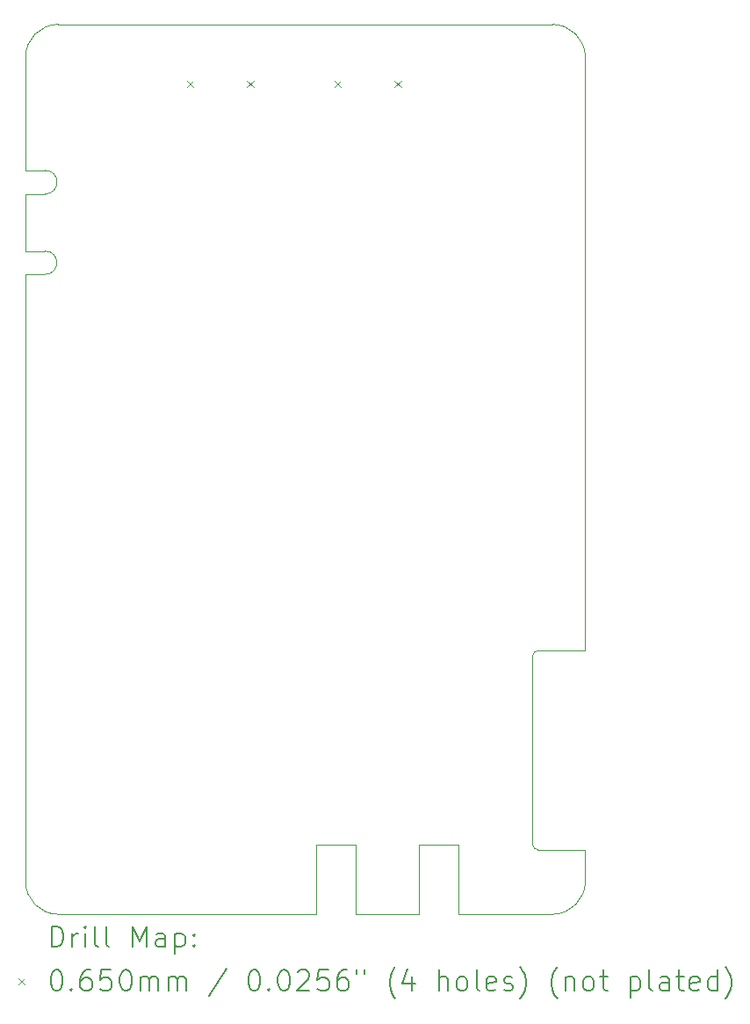
<source format=gbr>
%TF.GenerationSoftware,KiCad,Pcbnew,6.0.11-2627ca5db0~126~ubuntu20.04.1*%
%TF.CreationDate,2023-10-28T22:47:46+05:00*%
%TF.ProjectId,33EJU23,3333454a-5532-4332-9e6b-696361645f70,rev?*%
%TF.SameCoordinates,Original*%
%TF.FileFunction,Drillmap*%
%TF.FilePolarity,Positive*%
%FSLAX45Y45*%
G04 Gerber Fmt 4.5, Leading zero omitted, Abs format (unit mm)*
G04 Created by KiCad (PCBNEW 6.0.11-2627ca5db0~126~ubuntu20.04.1) date 2023-10-28 22:47:46*
%MOMM*%
%LPD*%
G01*
G04 APERTURE LIST*
%ADD10C,0.100000*%
%ADD11C,0.050000*%
%ADD12C,0.200000*%
%ADD13C,0.065000*%
G04 APERTURE END LIST*
D10*
X2984500Y-5201920D02*
X3175000Y-5201920D01*
D11*
X8064500Y-11366500D02*
X7162800Y-11366500D01*
X6781800Y-11366550D02*
X6172200Y-11366550D01*
X6781800Y-10693400D02*
X6781800Y-11366550D01*
D10*
X2984500Y-4427220D02*
X3175000Y-4427220D01*
D11*
X6172200Y-10693400D02*
X5791200Y-10693400D01*
D10*
X3302000Y-2794000D02*
X8064500Y-2794000D01*
D11*
X5791200Y-10693400D02*
X5791200Y-11366500D01*
D10*
X3175000Y-5201920D02*
G75*
G03*
X3175000Y-4978400I0J111760D01*
G01*
X3175000Y-4427220D02*
G75*
G03*
X3175000Y-4201160I0J113030D01*
G01*
X2984500Y-11049000D02*
G75*
G03*
X3302000Y-11366500I317500J0D01*
G01*
X2984500Y-11049000D02*
X2984500Y-5201920D01*
D11*
X7162800Y-10693400D02*
X6781800Y-10693400D01*
D10*
X7924800Y-8826500D02*
G75*
G03*
X7874000Y-8877300I0J-50800D01*
G01*
X2984500Y-4978400D02*
X2984500Y-4427220D01*
D11*
X6172200Y-11366550D02*
X6172200Y-10693400D01*
D10*
X7874000Y-10693400D02*
G75*
G03*
X7924800Y-10744200I50800J0D01*
G01*
X8382000Y-10744200D02*
X7924800Y-10744200D01*
X7874000Y-10693400D02*
X7874000Y-8877300D01*
X5791200Y-11366500D02*
X3302000Y-11366500D01*
X3302000Y-2794000D02*
G75*
G03*
X2984500Y-3111500I0J-317500D01*
G01*
X8382000Y-3111500D02*
X8382000Y-8826500D01*
X3175000Y-4978400D02*
X2984500Y-4978400D01*
X3175000Y-4201160D02*
X2984500Y-4201160D01*
X8382000Y-10744200D02*
X8382000Y-11049000D01*
D11*
X7162800Y-11366500D02*
X7162800Y-10693400D01*
D10*
X8382000Y-3111500D02*
G75*
G03*
X8064500Y-2794000I-317500J0D01*
G01*
X7924800Y-8826500D02*
X8382000Y-8826500D01*
X2984500Y-4201160D02*
X2984500Y-3111500D01*
X8064500Y-11366500D02*
G75*
G03*
X8382000Y-11049000I0J317500D01*
G01*
D12*
D13*
X4539564Y-3335951D02*
X4604564Y-3400951D01*
X4604564Y-3335951D02*
X4539564Y-3400951D01*
X5117564Y-3335951D02*
X5182564Y-3400951D01*
X5182564Y-3335951D02*
X5117564Y-3400951D01*
X5962460Y-3335700D02*
X6027460Y-3400700D01*
X6027460Y-3335700D02*
X5962460Y-3400700D01*
X6540460Y-3335700D02*
X6605460Y-3400700D01*
X6605460Y-3335700D02*
X6540460Y-3400700D01*
D12*
X3237119Y-11681976D02*
X3237119Y-11481976D01*
X3284738Y-11481976D01*
X3313309Y-11491500D01*
X3332357Y-11510548D01*
X3341881Y-11529595D01*
X3351405Y-11567690D01*
X3351405Y-11596262D01*
X3341881Y-11634357D01*
X3332357Y-11653405D01*
X3313309Y-11672452D01*
X3284738Y-11681976D01*
X3237119Y-11681976D01*
X3437119Y-11681976D02*
X3437119Y-11548643D01*
X3437119Y-11586738D02*
X3446643Y-11567690D01*
X3456167Y-11558167D01*
X3475214Y-11548643D01*
X3494262Y-11548643D01*
X3560928Y-11681976D02*
X3560928Y-11548643D01*
X3560928Y-11481976D02*
X3551405Y-11491500D01*
X3560928Y-11501024D01*
X3570452Y-11491500D01*
X3560928Y-11481976D01*
X3560928Y-11501024D01*
X3684738Y-11681976D02*
X3665690Y-11672452D01*
X3656167Y-11653405D01*
X3656167Y-11481976D01*
X3789500Y-11681976D02*
X3770452Y-11672452D01*
X3760928Y-11653405D01*
X3760928Y-11481976D01*
X4018071Y-11681976D02*
X4018071Y-11481976D01*
X4084738Y-11624833D01*
X4151405Y-11481976D01*
X4151405Y-11681976D01*
X4332357Y-11681976D02*
X4332357Y-11577214D01*
X4322833Y-11558167D01*
X4303786Y-11548643D01*
X4265690Y-11548643D01*
X4246643Y-11558167D01*
X4332357Y-11672452D02*
X4313310Y-11681976D01*
X4265690Y-11681976D01*
X4246643Y-11672452D01*
X4237119Y-11653405D01*
X4237119Y-11634357D01*
X4246643Y-11615309D01*
X4265690Y-11605786D01*
X4313310Y-11605786D01*
X4332357Y-11596262D01*
X4427595Y-11548643D02*
X4427595Y-11748643D01*
X4427595Y-11558167D02*
X4446643Y-11548643D01*
X4484738Y-11548643D01*
X4503786Y-11558167D01*
X4513310Y-11567690D01*
X4522833Y-11586738D01*
X4522833Y-11643881D01*
X4513310Y-11662928D01*
X4503786Y-11672452D01*
X4484738Y-11681976D01*
X4446643Y-11681976D01*
X4427595Y-11672452D01*
X4608548Y-11662928D02*
X4618071Y-11672452D01*
X4608548Y-11681976D01*
X4599024Y-11672452D01*
X4608548Y-11662928D01*
X4608548Y-11681976D01*
X4608548Y-11558167D02*
X4618071Y-11567690D01*
X4608548Y-11577214D01*
X4599024Y-11567690D01*
X4608548Y-11558167D01*
X4608548Y-11577214D01*
D13*
X2914500Y-11979000D02*
X2979500Y-12044000D01*
X2979500Y-11979000D02*
X2914500Y-12044000D01*
D12*
X3275214Y-11901976D02*
X3294262Y-11901976D01*
X3313309Y-11911500D01*
X3322833Y-11921024D01*
X3332357Y-11940071D01*
X3341881Y-11978167D01*
X3341881Y-12025786D01*
X3332357Y-12063881D01*
X3322833Y-12082928D01*
X3313309Y-12092452D01*
X3294262Y-12101976D01*
X3275214Y-12101976D01*
X3256167Y-12092452D01*
X3246643Y-12082928D01*
X3237119Y-12063881D01*
X3227595Y-12025786D01*
X3227595Y-11978167D01*
X3237119Y-11940071D01*
X3246643Y-11921024D01*
X3256167Y-11911500D01*
X3275214Y-11901976D01*
X3427595Y-12082928D02*
X3437119Y-12092452D01*
X3427595Y-12101976D01*
X3418071Y-12092452D01*
X3427595Y-12082928D01*
X3427595Y-12101976D01*
X3608548Y-11901976D02*
X3570452Y-11901976D01*
X3551405Y-11911500D01*
X3541881Y-11921024D01*
X3522833Y-11949595D01*
X3513309Y-11987690D01*
X3513309Y-12063881D01*
X3522833Y-12082928D01*
X3532357Y-12092452D01*
X3551405Y-12101976D01*
X3589500Y-12101976D01*
X3608548Y-12092452D01*
X3618071Y-12082928D01*
X3627595Y-12063881D01*
X3627595Y-12016262D01*
X3618071Y-11997214D01*
X3608548Y-11987690D01*
X3589500Y-11978167D01*
X3551405Y-11978167D01*
X3532357Y-11987690D01*
X3522833Y-11997214D01*
X3513309Y-12016262D01*
X3808548Y-11901976D02*
X3713309Y-11901976D01*
X3703786Y-11997214D01*
X3713309Y-11987690D01*
X3732357Y-11978167D01*
X3779976Y-11978167D01*
X3799024Y-11987690D01*
X3808548Y-11997214D01*
X3818071Y-12016262D01*
X3818071Y-12063881D01*
X3808548Y-12082928D01*
X3799024Y-12092452D01*
X3779976Y-12101976D01*
X3732357Y-12101976D01*
X3713309Y-12092452D01*
X3703786Y-12082928D01*
X3941881Y-11901976D02*
X3960928Y-11901976D01*
X3979976Y-11911500D01*
X3989500Y-11921024D01*
X3999024Y-11940071D01*
X4008548Y-11978167D01*
X4008548Y-12025786D01*
X3999024Y-12063881D01*
X3989500Y-12082928D01*
X3979976Y-12092452D01*
X3960928Y-12101976D01*
X3941881Y-12101976D01*
X3922833Y-12092452D01*
X3913309Y-12082928D01*
X3903786Y-12063881D01*
X3894262Y-12025786D01*
X3894262Y-11978167D01*
X3903786Y-11940071D01*
X3913309Y-11921024D01*
X3922833Y-11911500D01*
X3941881Y-11901976D01*
X4094262Y-12101976D02*
X4094262Y-11968643D01*
X4094262Y-11987690D02*
X4103786Y-11978167D01*
X4122833Y-11968643D01*
X4151405Y-11968643D01*
X4170452Y-11978167D01*
X4179976Y-11997214D01*
X4179976Y-12101976D01*
X4179976Y-11997214D02*
X4189500Y-11978167D01*
X4208548Y-11968643D01*
X4237119Y-11968643D01*
X4256167Y-11978167D01*
X4265690Y-11997214D01*
X4265690Y-12101976D01*
X4360929Y-12101976D02*
X4360929Y-11968643D01*
X4360929Y-11987690D02*
X4370452Y-11978167D01*
X4389500Y-11968643D01*
X4418071Y-11968643D01*
X4437119Y-11978167D01*
X4446643Y-11997214D01*
X4446643Y-12101976D01*
X4446643Y-11997214D02*
X4456167Y-11978167D01*
X4475214Y-11968643D01*
X4503786Y-11968643D01*
X4522833Y-11978167D01*
X4532357Y-11997214D01*
X4532357Y-12101976D01*
X4922833Y-11892452D02*
X4751405Y-12149595D01*
X5179976Y-11901976D02*
X5199024Y-11901976D01*
X5218071Y-11911500D01*
X5227595Y-11921024D01*
X5237119Y-11940071D01*
X5246643Y-11978167D01*
X5246643Y-12025786D01*
X5237119Y-12063881D01*
X5227595Y-12082928D01*
X5218071Y-12092452D01*
X5199024Y-12101976D01*
X5179976Y-12101976D01*
X5160929Y-12092452D01*
X5151405Y-12082928D01*
X5141881Y-12063881D01*
X5132357Y-12025786D01*
X5132357Y-11978167D01*
X5141881Y-11940071D01*
X5151405Y-11921024D01*
X5160929Y-11911500D01*
X5179976Y-11901976D01*
X5332357Y-12082928D02*
X5341881Y-12092452D01*
X5332357Y-12101976D01*
X5322833Y-12092452D01*
X5332357Y-12082928D01*
X5332357Y-12101976D01*
X5465690Y-11901976D02*
X5484738Y-11901976D01*
X5503786Y-11911500D01*
X5513310Y-11921024D01*
X5522833Y-11940071D01*
X5532357Y-11978167D01*
X5532357Y-12025786D01*
X5522833Y-12063881D01*
X5513310Y-12082928D01*
X5503786Y-12092452D01*
X5484738Y-12101976D01*
X5465690Y-12101976D01*
X5446643Y-12092452D01*
X5437119Y-12082928D01*
X5427595Y-12063881D01*
X5418071Y-12025786D01*
X5418071Y-11978167D01*
X5427595Y-11940071D01*
X5437119Y-11921024D01*
X5446643Y-11911500D01*
X5465690Y-11901976D01*
X5608548Y-11921024D02*
X5618071Y-11911500D01*
X5637119Y-11901976D01*
X5684738Y-11901976D01*
X5703786Y-11911500D01*
X5713309Y-11921024D01*
X5722833Y-11940071D01*
X5722833Y-11959119D01*
X5713309Y-11987690D01*
X5599024Y-12101976D01*
X5722833Y-12101976D01*
X5903786Y-11901976D02*
X5808548Y-11901976D01*
X5799024Y-11997214D01*
X5808548Y-11987690D01*
X5827595Y-11978167D01*
X5875214Y-11978167D01*
X5894262Y-11987690D01*
X5903786Y-11997214D01*
X5913309Y-12016262D01*
X5913309Y-12063881D01*
X5903786Y-12082928D01*
X5894262Y-12092452D01*
X5875214Y-12101976D01*
X5827595Y-12101976D01*
X5808548Y-12092452D01*
X5799024Y-12082928D01*
X6084738Y-11901976D02*
X6046643Y-11901976D01*
X6027595Y-11911500D01*
X6018071Y-11921024D01*
X5999024Y-11949595D01*
X5989500Y-11987690D01*
X5989500Y-12063881D01*
X5999024Y-12082928D01*
X6008548Y-12092452D01*
X6027595Y-12101976D01*
X6065690Y-12101976D01*
X6084738Y-12092452D01*
X6094262Y-12082928D01*
X6103786Y-12063881D01*
X6103786Y-12016262D01*
X6094262Y-11997214D01*
X6084738Y-11987690D01*
X6065690Y-11978167D01*
X6027595Y-11978167D01*
X6008548Y-11987690D01*
X5999024Y-11997214D01*
X5989500Y-12016262D01*
X6179976Y-11901976D02*
X6179976Y-11940071D01*
X6256167Y-11901976D02*
X6256167Y-11940071D01*
X6551405Y-12178167D02*
X6541881Y-12168643D01*
X6522833Y-12140071D01*
X6513309Y-12121024D01*
X6503786Y-12092452D01*
X6494262Y-12044833D01*
X6494262Y-12006738D01*
X6503786Y-11959119D01*
X6513309Y-11930548D01*
X6522833Y-11911500D01*
X6541881Y-11882928D01*
X6551405Y-11873405D01*
X6713309Y-11968643D02*
X6713309Y-12101976D01*
X6665690Y-11892452D02*
X6618071Y-12035309D01*
X6741881Y-12035309D01*
X6970452Y-12101976D02*
X6970452Y-11901976D01*
X7056167Y-12101976D02*
X7056167Y-11997214D01*
X7046643Y-11978167D01*
X7027595Y-11968643D01*
X6999024Y-11968643D01*
X6979976Y-11978167D01*
X6970452Y-11987690D01*
X7179976Y-12101976D02*
X7160928Y-12092452D01*
X7151405Y-12082928D01*
X7141881Y-12063881D01*
X7141881Y-12006738D01*
X7151405Y-11987690D01*
X7160928Y-11978167D01*
X7179976Y-11968643D01*
X7208548Y-11968643D01*
X7227595Y-11978167D01*
X7237119Y-11987690D01*
X7246643Y-12006738D01*
X7246643Y-12063881D01*
X7237119Y-12082928D01*
X7227595Y-12092452D01*
X7208548Y-12101976D01*
X7179976Y-12101976D01*
X7360928Y-12101976D02*
X7341881Y-12092452D01*
X7332357Y-12073405D01*
X7332357Y-11901976D01*
X7513309Y-12092452D02*
X7494262Y-12101976D01*
X7456167Y-12101976D01*
X7437119Y-12092452D01*
X7427595Y-12073405D01*
X7427595Y-11997214D01*
X7437119Y-11978167D01*
X7456167Y-11968643D01*
X7494262Y-11968643D01*
X7513309Y-11978167D01*
X7522833Y-11997214D01*
X7522833Y-12016262D01*
X7427595Y-12035309D01*
X7599024Y-12092452D02*
X7618071Y-12101976D01*
X7656167Y-12101976D01*
X7675214Y-12092452D01*
X7684738Y-12073405D01*
X7684738Y-12063881D01*
X7675214Y-12044833D01*
X7656167Y-12035309D01*
X7627595Y-12035309D01*
X7608548Y-12025786D01*
X7599024Y-12006738D01*
X7599024Y-11997214D01*
X7608548Y-11978167D01*
X7627595Y-11968643D01*
X7656167Y-11968643D01*
X7675214Y-11978167D01*
X7751405Y-12178167D02*
X7760928Y-12168643D01*
X7779976Y-12140071D01*
X7789500Y-12121024D01*
X7799024Y-12092452D01*
X7808548Y-12044833D01*
X7808548Y-12006738D01*
X7799024Y-11959119D01*
X7789500Y-11930548D01*
X7779976Y-11911500D01*
X7760928Y-11882928D01*
X7751405Y-11873405D01*
X8113309Y-12178167D02*
X8103786Y-12168643D01*
X8084738Y-12140071D01*
X8075214Y-12121024D01*
X8065690Y-12092452D01*
X8056167Y-12044833D01*
X8056167Y-12006738D01*
X8065690Y-11959119D01*
X8075214Y-11930548D01*
X8084738Y-11911500D01*
X8103786Y-11882928D01*
X8113309Y-11873405D01*
X8189500Y-11968643D02*
X8189500Y-12101976D01*
X8189500Y-11987690D02*
X8199024Y-11978167D01*
X8218071Y-11968643D01*
X8246643Y-11968643D01*
X8265690Y-11978167D01*
X8275214Y-11997214D01*
X8275214Y-12101976D01*
X8399024Y-12101976D02*
X8379976Y-12092452D01*
X8370452Y-12082928D01*
X8360928Y-12063881D01*
X8360928Y-12006738D01*
X8370452Y-11987690D01*
X8379976Y-11978167D01*
X8399024Y-11968643D01*
X8427595Y-11968643D01*
X8446643Y-11978167D01*
X8456167Y-11987690D01*
X8465690Y-12006738D01*
X8465690Y-12063881D01*
X8456167Y-12082928D01*
X8446643Y-12092452D01*
X8427595Y-12101976D01*
X8399024Y-12101976D01*
X8522833Y-11968643D02*
X8599024Y-11968643D01*
X8551405Y-11901976D02*
X8551405Y-12073405D01*
X8560929Y-12092452D01*
X8579976Y-12101976D01*
X8599024Y-12101976D01*
X8818071Y-11968643D02*
X8818071Y-12168643D01*
X8818071Y-11978167D02*
X8837119Y-11968643D01*
X8875214Y-11968643D01*
X8894262Y-11978167D01*
X8903786Y-11987690D01*
X8913310Y-12006738D01*
X8913310Y-12063881D01*
X8903786Y-12082928D01*
X8894262Y-12092452D01*
X8875214Y-12101976D01*
X8837119Y-12101976D01*
X8818071Y-12092452D01*
X9027595Y-12101976D02*
X9008548Y-12092452D01*
X8999024Y-12073405D01*
X8999024Y-11901976D01*
X9189500Y-12101976D02*
X9189500Y-11997214D01*
X9179976Y-11978167D01*
X9160929Y-11968643D01*
X9122833Y-11968643D01*
X9103786Y-11978167D01*
X9189500Y-12092452D02*
X9170452Y-12101976D01*
X9122833Y-12101976D01*
X9103786Y-12092452D01*
X9094262Y-12073405D01*
X9094262Y-12054357D01*
X9103786Y-12035309D01*
X9122833Y-12025786D01*
X9170452Y-12025786D01*
X9189500Y-12016262D01*
X9256167Y-11968643D02*
X9332357Y-11968643D01*
X9284738Y-11901976D02*
X9284738Y-12073405D01*
X9294262Y-12092452D01*
X9313310Y-12101976D01*
X9332357Y-12101976D01*
X9475214Y-12092452D02*
X9456167Y-12101976D01*
X9418071Y-12101976D01*
X9399024Y-12092452D01*
X9389500Y-12073405D01*
X9389500Y-11997214D01*
X9399024Y-11978167D01*
X9418071Y-11968643D01*
X9456167Y-11968643D01*
X9475214Y-11978167D01*
X9484738Y-11997214D01*
X9484738Y-12016262D01*
X9389500Y-12035309D01*
X9656167Y-12101976D02*
X9656167Y-11901976D01*
X9656167Y-12092452D02*
X9637119Y-12101976D01*
X9599024Y-12101976D01*
X9579976Y-12092452D01*
X9570452Y-12082928D01*
X9560929Y-12063881D01*
X9560929Y-12006738D01*
X9570452Y-11987690D01*
X9579976Y-11978167D01*
X9599024Y-11968643D01*
X9637119Y-11968643D01*
X9656167Y-11978167D01*
X9732357Y-12178167D02*
X9741881Y-12168643D01*
X9760929Y-12140071D01*
X9770452Y-12121024D01*
X9779976Y-12092452D01*
X9789500Y-12044833D01*
X9789500Y-12006738D01*
X9779976Y-11959119D01*
X9770452Y-11930548D01*
X9760929Y-11911500D01*
X9741881Y-11882928D01*
X9732357Y-11873405D01*
M02*

</source>
